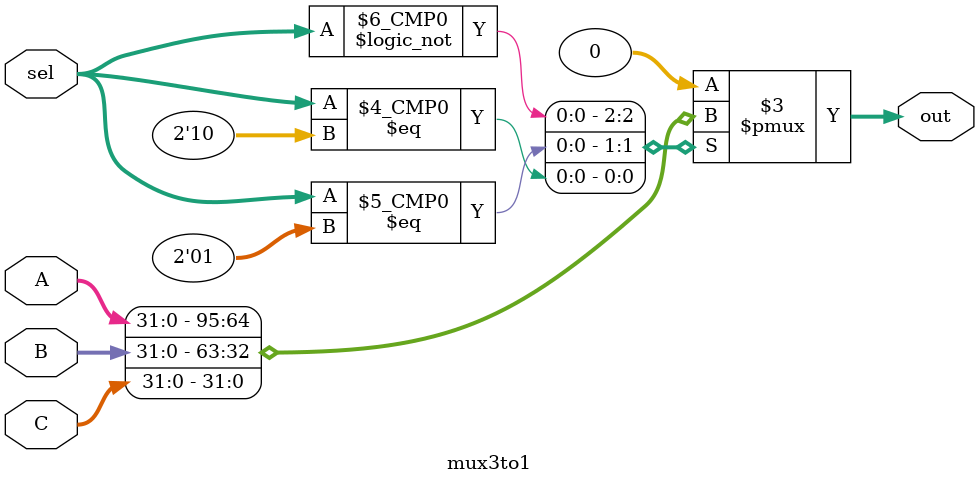
<source format=v>
`timescale 1ns / 1ps
module mux3to1 #(parameter N = 32) (input [N-1:0] A,B,C,			// 3 N bit inputs
										 	   input [1:0] sel,				// select line
											   output reg [N-1:0] out);	// output signal
always @* begin

case(sel)
	2'b00:	out = A;
	2'b01:	out = B;
	2'b10:	out = C;
	default: out = 0;
endcase

end
endmodule

</source>
